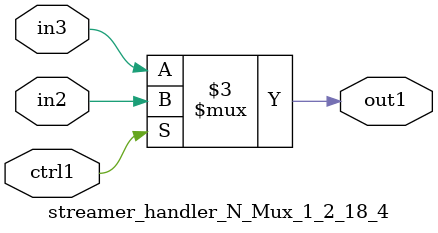
<source format=v>

`timescale 1ps / 1ps


module streamer_handler_N_Mux_1_2_18_4( in3, in2, ctrl1, out1 );

    input in3;
    input in2;
    input ctrl1;
    output out1;
    reg out1;

    
    // rtl_process:streamer_handler_N_Mux_1_2_18_4/streamer_handler_N_Mux_1_2_18_4_thread_1
    always @*
      begin : streamer_handler_N_Mux_1_2_18_4_thread_1
        case (ctrl1) 
          1'b1: 
            begin
              out1 = in2;
            end
          default: 
            begin
              out1 = in3;
            end
        endcase
      end

endmodule



</source>
